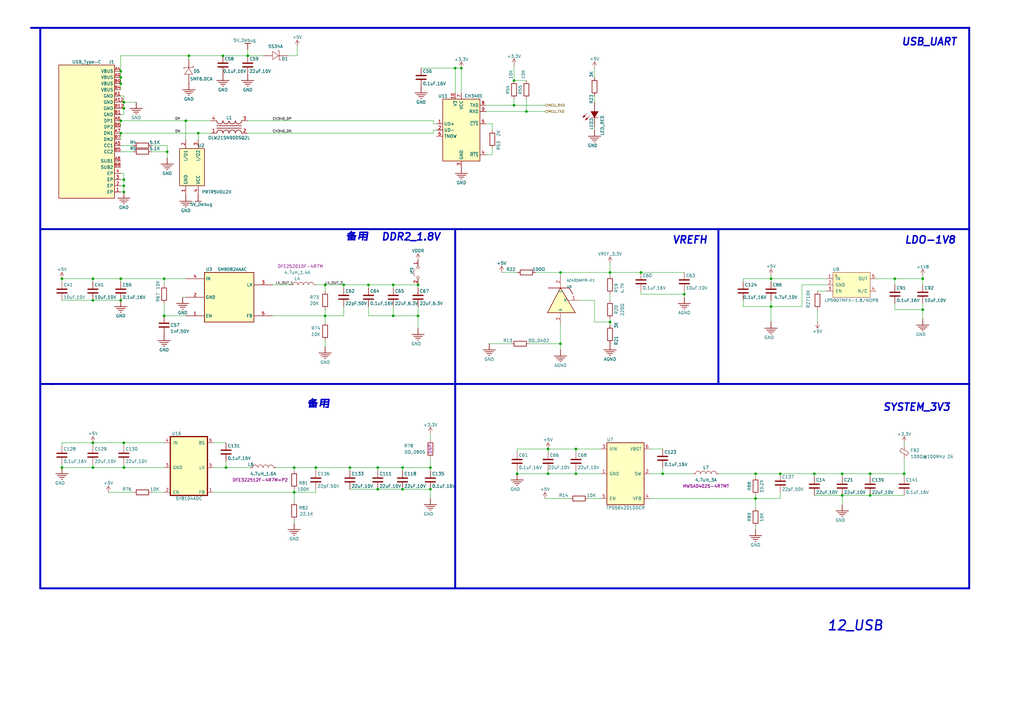
<source format=kicad_sch>
(kicad_sch (version 20230121) (generator eeschema)
  (paper "A3")
  (junction (at 120.65 191.77))
  (junction (at 91.44 22.86))
  (junction (at 49.53 123.19))
  (junction (at 38.1 191.77))
  (junction (at 334.01 194.31))
  (junction (at 224.79 184.15))
  (junction (at 250.19 111.76))
  (junction (at 212.09 194.31))
  (junction (at 345.44 203.2))
  (junction (at 133.35 116.84))
  (junction (at 143.51 191.77))
  (junction (at 133.35 129.54))
  (junction (at 356.87 203.2))
  (junction (at 367.03 114.3))
  (junction (at 176.53 191.77))
  (junction (at 50.8 181.61))
  (junction (at 250.19 132.08))
  (junction (at 262.89 111.76))
  (junction (at 92.71 191.77))
  (junction (at 67.31 129.54))
  (junction (at 370.84 194.31))
  (junction (at 161.29 116.84))
  (junction (at 189.23 27.94))
  (junction (at 210.82 33.02))
  (junction (at 378.46 127))
  (junction (at 154.94 200.66))
  (junction (at 320.04 194.31))
  (junction (at 165.1 200.66))
  (junction (at 38.1 123.19))
  (junction (at 76.2 49.53))
  (junction (at 49.53 34.29))
  (junction (at 25.4 114.3))
  (junction (at 49.53 29.21))
  (junction (at 38.1 114.3))
  (junction (at 345.44 194.31))
  (junction (at 171.45 129.54))
  (junction (at 271.78 194.31))
  (junction (at 50.8 73.66))
  (junction (at 50.8 191.77))
  (junction (at 67.31 114.3))
  (junction (at 224.79 194.31))
  (junction (at 129.54 191.77))
  (junction (at 38.1 181.61))
  (junction (at 49.53 31.75))
  (junction (at 309.88 194.31))
  (junction (at 280.67 120.65))
  (junction (at 165.1 191.77))
  (junction (at 210.82 43.18))
  (junction (at 236.22 194.31))
  (junction (at 50.8 76.2))
  (junction (at 77.47 22.86))
  (junction (at 140.97 116.84))
  (junction (at 161.29 129.54))
  (junction (at 378.46 114.3))
  (junction (at 154.94 191.77))
  (junction (at 186.69 27.94))
  (junction (at 50.8 44.45))
  (junction (at 229.87 140.97))
  (junction (at 171.45 116.84))
  (junction (at 25.4 191.77))
  (junction (at 316.23 125.73))
  (junction (at 215.9 45.72))
  (junction (at 151.13 116.84))
  (junction (at 50.8 78.74))
  (junction (at 50.8 41.91))
  (junction (at 316.23 114.3))
  (junction (at 81.28 54.61))
  (junction (at 101.6 22.86))
  (junction (at 49.53 54.61))
  (junction (at 176.53 200.66))
  (junction (at 49.53 49.53))
  (junction (at 229.87 111.76))
  (junction (at 356.87 194.31))
  (junction (at 120.65 201.93))
  (junction (at 68.58 62.23))
  (junction (at 49.53 114.3))
  (junction (at 236.22 184.15))
  (junction (at 309.88 204.47))
  (wire (pts (xy 316.23 114.3) (xy 339.09 114.3)) (stroke (width 0.15)))
  (wire (pts (xy 176.53 177.8) (xy 176.53 180.34)))
  (wire (pts (xy 50.8 190.5) (xy 50.8 191.77)))
  (wire (pts (xy 49.53 76.2) (xy 50.8 76.2)))
  (wire (pts (xy 246.38 184.15) (xy 236.22 184.15)))
  (wire (pts (xy 320.04 194.31) (xy 334.01 194.31)))
  (wire (pts (xy 335.28 132.08) (xy 335.28 127)))
  (polyline (pts (xy 186.69 93.98) (xy 186.69 157.48)) (stroke (width 0.8) (type solid)))
  (wire (pts (xy 143.51 191.77) (xy 154.94 191.77)))
  (wire (pts (xy 224.79 194.31) (xy 224.79 193.04)))
  (wire (pts (xy 165.1 191.77) (xy 176.53 191.77)))
  (wire (pts (xy 189.23 38.1) (xy 189.23 27.94)) (stroke (width 0.15)))
  (wire (pts (xy 49.53 29.21) (xy 49.53 31.75)) (stroke (width 0.15)))
  (wire (pts (xy 304.8 125.73) (xy 316.23 125.73)))
  (wire (pts (xy 49.53 22.86) (xy 77.47 22.86)) (stroke (width 0.15)))
  (wire (pts (xy 370.84 194.31) (xy 370.84 195.58)))
  (wire (pts (xy 334.01 203.2) (xy 345.44 203.2)))
  (wire (pts (xy 316.23 132.08) (xy 316.23 125.73)) (stroke (width 0.15)))
  (wire (pts (xy 133.35 129.54) (xy 140.97 129.54)))
  (wire (pts (xy 250.19 113.03) (xy 250.19 111.76)) (stroke (width 0.15)))
  (wire (pts (xy 161.29 116.84) (xy 171.45 116.84)))
  (wire (pts (xy 143.51 200.66) (xy 154.94 200.66)))
  (wire (pts (xy 50.8 71.12) (xy 50.8 73.66)) (stroke (width 0.15)))
  (wire (pts (xy 62.23 59.69) (xy 68.58 59.69)) (stroke (width 0.15)))
  (wire (pts (xy 320.04 204.47) (xy 320.04 201.93)))
  (wire (pts (xy 67.31 124.46) (xy 67.31 129.54)) (stroke (width 0.15)))
  (wire (pts (xy 161.29 129.54) (xy 161.29 125.73)))
  (wire (pts (xy 77.47 22.86) (xy 91.44 22.86)) (stroke (width 0.15)))
  (wire (pts (xy 129.54 193.04) (xy 129.54 191.77)))
  (wire (pts (xy 120.65 191.77) (xy 120.65 193.04)))
  (polyline (pts (xy 397.51 157.48) (xy 397.51 241.3)) (stroke (width 0.8) (type solid)))
  (wire (pts (xy 38.1 181.61) (xy 38.1 182.88)))
  (wire (pts (xy 68.58 59.69) (xy 68.58 62.23)) (stroke (width 0.15)))
  (wire (pts (xy 316.23 113.03) (xy 316.23 114.3)) (stroke (width 0.15)))
  (wire (pts (xy 217.17 140.97) (xy 226.06 140.97)))
  (wire (pts (xy 250.19 107.95) (xy 250.19 111.76)) (stroke (width 0.15)))
  (wire (pts (xy 215.9 45.72) (xy 223.52 45.72)) (stroke (width 0.15)))
  (wire (pts (xy 236.22 184.15) (xy 236.22 185.42)))
  (wire (pts (xy 224.79 194.31) (xy 212.09 194.31)))
  (wire (pts (xy 219.71 111.76) (xy 229.87 111.76)))
  (wire (pts (xy 50.8 181.61) (xy 38.1 181.61)))
  (wire (pts (xy 367.03 114.3) (xy 367.03 116.84)) (stroke (width 0.15)))
  (wire (pts (xy 223.52 43.18) (xy 210.82 43.18)) (stroke (width 0.15)))
  (wire (pts (xy 356.87 203.2) (xy 370.84 203.2)))
  (wire (pts (xy 68.58 64.77) (xy 68.58 62.23)))
  (wire (pts (xy 87.63 181.61) (xy 92.71 181.61)))
  (wire (pts (xy 171.45 129.54) (xy 171.45 125.73)))
  (wire (pts (xy 50.8 191.77) (xy 38.1 191.77)))
  (wire (pts (xy 87.63 201.93) (xy 120.65 201.93)))
  (wire (pts (xy 212.09 194.31) (xy 212.09 193.04)))
  (wire (pts (xy 133.35 129.54) (xy 133.35 132.08)) (stroke (width 0.15)))
  (wire (pts (xy 250.19 120.65) (xy 250.19 123.19)) (stroke (width 0.15)))
  (wire (pts (xy 161.29 129.54) (xy 171.45 129.54)))
  (wire (pts (xy 177.8 50.8) (xy 177.8 49.53)))
  (wire (pts (xy 367.03 124.46) (xy 367.03 127)) (stroke (width 0.15)))
  (wire (pts (xy 92.71 191.77) (xy 102.87 191.77)))
  (wire (pts (xy 201.93 63.5) (xy 199.39 63.5)) (stroke (width 0.15)))
  (wire (pts (xy 38.1 114.3) (xy 49.53 114.3)) (stroke (width 0.15)))
  (wire (pts (xy 140.97 116.84) (xy 151.13 116.84)))
  (wire (pts (xy 356.87 194.31) (xy 356.87 195.58)))
  (wire (pts (xy 49.53 71.12) (xy 50.8 71.12)))
  (wire (pts (xy 280.67 119.38) (xy 280.67 120.65)) (stroke (width 0.15)))
  (wire (pts (xy 50.8 41.91) (xy 55.88 41.91)) (stroke (width 0.15)))
  (wire (pts (xy 25.4 123.19) (xy 38.1 123.19)) (stroke (width 0.15)))
  (wire (pts (xy 50.8 41.91) (xy 50.8 44.45)))
  (wire (pts (xy 229.87 143.51) (xy 229.87 140.97)))
  (wire (pts (xy 120.65 201.93) (xy 120.65 205.74)))
  (wire (pts (xy 271.78 194.31) (xy 284.48 194.31)))
  (wire (pts (xy 49.53 49.53) (xy 49.53 52.07)) (stroke (width 0.15)))
  (wire (pts (xy 129.54 191.77) (xy 143.51 191.77)))
  (wire (pts (xy 199.39 50.8) (xy 201.93 50.8)) (stroke (width 0.15)))
  (wire (pts (xy 133.35 142.24) (xy 133.35 139.7)) (stroke (width 0.15)))
  (wire (pts (xy 243.84 132.08) (xy 250.19 132.08)) (stroke (width 0.15)))
  (wire (pts (xy 49.53 73.66) (xy 50.8 73.66)))
  (wire (pts (xy 328.93 116.84) (xy 328.93 125.73)) (stroke (width 0.15)))
  (polyline (pts (xy 16.51 11.43) (xy 16.51 157.48)) (stroke (width 0.8) (type solid)))
  (wire (pts (xy 309.88 194.31) (xy 320.04 194.31)))
  (polyline (pts (xy 397.51 97.79) (xy 397.51 99.06)) (stroke (width 0.5) (type solid)))
  (wire (pts (xy 50.8 76.2) (xy 50.8 78.74)) (stroke (width 0.15)))
  (wire (pts (xy 262.89 119.38) (xy 262.89 120.65)) (stroke (width 0.15)))
  (wire (pts (xy 359.41 114.3) (xy 367.03 114.3)) (stroke (width 0.15)))
  (wire (pts (xy 49.53 39.37) (xy 50.8 39.37)))
  (wire (pts (xy 339.09 116.84) (xy 328.93 116.84)) (stroke (width 0.15)))
  (wire (pts (xy 49.53 54.61) (xy 49.53 57.15)) (stroke (width 0.15)))
  (wire (pts (xy 201.93 60.96) (xy 201.93 63.5)) (stroke (width 0.15)))
  (wire (pts (xy 250.19 111.76) (xy 262.89 111.76)))
  (wire (pts (xy 151.13 116.84) (xy 151.13 118.11)))
  (wire (pts (xy 250.19 130.81) (xy 250.19 132.08)) (stroke (width 0.15)))
  (wire (pts (xy 215.9 40.64) (xy 215.9 45.72)))
  (wire (pts (xy 316.23 114.3) (xy 316.23 115.57)) (stroke (width 0.15)))
  (wire (pts (xy 304.8 114.3) (xy 316.23 114.3)))
  (wire (pts (xy 210.82 40.64) (xy 210.82 43.18)) (stroke (width 0.15)))
  (wire (pts (xy 345.44 207.01) (xy 345.44 203.2)))
  (wire (pts (xy 210.82 26.67) (xy 210.82 33.02)))
  (wire (pts (xy 229.87 111.76) (xy 250.19 111.76)) (stroke (width 0.15)))
  (wire (pts (xy 370.84 181.61) (xy 370.84 182.88)))
  (wire (pts (xy 266.7 204.47) (xy 309.88 204.47)))
  (wire (pts (xy 49.53 114.3) (xy 67.31 114.3)) (stroke (width 0.15)))
  (wire (pts (xy 304.8 123.19) (xy 304.8 125.73)))
  (wire (pts (xy 101.6 54.61) (xy 177.8 54.61)))
  (wire (pts (xy 50.8 59.69) (xy 54.61 59.69)) (stroke (width 0.15)))
  (wire (pts (xy 378.46 116.84) (xy 378.46 114.3)) (stroke (width 0.15)))
  (wire (pts (xy 186.69 27.94) (xy 189.23 27.94)) (stroke (width 0.15)))
  (wire (pts (xy 229.87 111.76) (xy 229.87 113.03)) (stroke (width 0.15)))
  (wire (pts (xy 201.93 50.8) (xy 201.93 53.34)) (stroke (width 0.15)))
  (wire (pts (xy 120.65 200.66) (xy 120.65 201.93)))
  (wire (pts (xy 120.65 214.63) (xy 120.65 213.36)) (stroke (width 0.15)))
  (wire (pts (xy 367.03 127) (xy 378.46 127)) (stroke (width 0.15)))
  (wire (pts (xy 133.35 127) (xy 133.35 129.54)) (stroke (width 0.15)))
  (wire (pts (xy 113.03 191.77) (xy 120.65 191.77)))
  (wire (pts (xy 223.52 204.47) (xy 233.68 204.47)))
  (wire (pts (xy 67.31 191.77) (xy 50.8 191.77)))
  (wire (pts (xy 38.1 191.77) (xy 25.4 191.77)))
  (wire (pts (xy 177.8 53.34) (xy 179.07 53.34)))
  (wire (pts (xy 229.87 133.35) (xy 229.87 140.97)))
  (wire (pts (xy 226.06 140.97) (xy 229.87 140.97)) (stroke (width 0.15)))
  (wire (pts (xy 101.6 49.53) (xy 125.73 49.53)) (stroke (width 0.15)))
  (wire (pts (xy 76.2 49.53) (xy 86.36 49.53)))
  (wire (pts (xy 49.53 78.74) (xy 50.8 78.74)))
  (wire (pts (xy 81.28 54.61) (xy 81.28 57.15)))
  (wire (pts (xy 176.53 191.77) (xy 176.53 193.04)))
  (wire (pts (xy 236.22 193.04) (xy 236.22 194.31)))
  (wire (pts (xy 133.35 119.38) (xy 133.35 116.84)))
  (wire (pts (xy 67.31 114.3) (xy 67.31 116.84)) (stroke (width 0.15)))
  (wire (pts (xy 177.8 54.61) (xy 177.8 53.34)))
  (wire (pts (xy 151.13 129.54) (xy 151.13 125.73)))
  (polyline (pts (xy 294.64 93.98) (xy 294.64 157.48)) (stroke (width 0.8) (type solid)))
  (wire (pts (xy 76.2 49.53) (xy 76.2 57.15)))
  (wire (pts (xy 120.65 191.77) (xy 129.54 191.77)))
  (wire (pts (xy 111.76 116.84) (xy 119.38 116.84)) (stroke (width 0.15)))
  (wire (pts (xy 176.53 204.47) (xy 176.53 200.66)))
  (wire (pts (xy 38.1 181.61) (xy 25.4 181.61)))
  (wire (pts (xy 334.01 194.31) (xy 334.01 195.58)))
  (wire (pts (xy 309.88 194.31) (xy 309.88 195.58)))
  (wire (pts (xy 309.88 217.17) (xy 309.88 215.9)) (stroke (width 0.15)))
  (wire (pts (xy 243.84 52.07) (xy 243.84 53.34)))
  (wire (pts (xy 309.88 203.2) (xy 309.88 204.47)))
  (wire (pts (xy 280.67 121.92) (xy 280.67 120.65)) (stroke (width 0.15)))
  (wire (pts (xy 209.55 140.97) (xy 200.66 140.97)) (stroke (width 0.15)))
  (wire (pts (xy 154.94 200.66) (xy 165.1 200.66)))
  (wire (pts (xy 212.09 184.15) (xy 212.09 185.42)))
  (wire (pts (xy 309.88 204.47) (xy 320.04 204.47)))
  (wire (pts (xy 92.71 191.77) (xy 92.71 189.23)))
  (wire (pts (xy 210.82 33.02) (xy 215.9 33.02)))
  (wire (pts (xy 154.94 191.77) (xy 154.94 193.04)))
  (wire (pts (xy 356.87 194.31) (xy 370.84 194.31)))
  (wire (pts (xy 328.93 125.73) (xy 316.23 125.73)) (stroke (width 0.15)))
  (wire (pts (xy 49.53 59.69) (xy 50.8 59.69)))
  (wire (pts (xy 111.76 129.54) (xy 133.35 129.54)) (stroke (width 0.15)))
  (wire (pts (xy 179.07 50.8) (xy 177.8 50.8)))
  (wire (pts (xy 81.28 54.61) (xy 86.36 54.61)) (stroke (width 0.15)))
  (wire (pts (xy 316.23 123.19) (xy 316.23 125.73)) (stroke (width 0.15)))
  (wire (pts (xy 49.53 22.86) (xy 49.53 29.21)) (stroke (width 0.15)))
  (wire (pts (xy 87.63 191.77) (xy 92.71 191.77)))
  (wire (pts (xy 165.1 191.77) (xy 165.1 193.04)))
  (wire (pts (xy 50.8 181.61) (xy 50.8 182.88)))
  (wire (pts (xy 345.44 203.2) (xy 356.87 203.2)))
  (wire (pts (xy 101.6 20.32) (xy 101.6 22.86)) (stroke (width 0.15)))
  (polyline (pts (xy 397.51 241.3) (xy 16.51 241.3)) (stroke (width 0.8) (type solid)))
  (wire (pts (xy 101.6 22.86) (xy 107.95 22.86)))
  (wire (pts (xy 67.31 114.3) (xy 76.2 114.3)) (stroke (width 0.15)))
  (polyline (pts (xy 186.69 157.48) (xy 186.69 241.3)) (stroke (width 0.8) (type solid)))
  (wire (pts (xy 49.53 115.57) (xy 49.53 114.3)) (stroke (width 0.15)))
  (polyline (pts (xy 12.7 11.43) (xy 397.51 11.43)) (stroke (width 0.8) (type solid)))
  (wire (pts (xy 129.54 201.93) (xy 129.54 200.66)))
  (wire (pts (xy 370.84 187.96) (xy 370.84 194.31)))
  (wire (pts (xy 38.1 123.19) (xy 49.53 123.19)) (stroke (width 0.15)))
  (wire (pts (xy 237.49 123.19) (xy 243.84 123.19)) (stroke (width 0.15)))
  (polyline (pts (xy 16.51 93.98) (xy 397.51 93.98)) (stroke (width 0.8) (type solid)))
  (wire (pts (xy 25.4 191.77) (xy 25.4 190.5)))
  (wire (pts (xy 309.88 204.47) (xy 309.88 208.28)))
  (wire (pts (xy 243.84 27.94) (xy 243.84 31.75)) (stroke (width 0.15)))
  (wire (pts (xy 280.67 120.65) (xy 262.89 120.65)) (stroke (width 0.15)))
  (wire (pts (xy 304.8 115.57) (xy 304.8 114.3)))
  (wire (pts (xy 77.47 22.86) (xy 77.47 24.13)))
  (wire (pts (xy 50.8 39.37) (xy 50.8 41.91)) (stroke (width 0.15)))
  (wire (pts (xy 44.45 201.93) (xy 54.61 201.93)))
  (wire (pts (xy 176.53 187.96) (xy 176.53 191.77)))
  (wire (pts (xy 67.31 181.61) (xy 50.8 181.61)))
  (wire (pts (xy 172.72 27.94) (xy 186.69 27.94)) (stroke (width 0.15)))
  (wire (pts (xy 49.53 31.75) (xy 49.53 34.29)) (stroke (width 0.15)))
  (wire (pts (xy 49.53 34.29) (xy 49.53 36.83)) (stroke (width 0.15)))
  (wire (pts (xy 140.97 116.84) (xy 140.97 118.11)))
  (wire (pts (xy 133.35 116.84) (xy 140.97 116.84)))
  (wire (pts (xy 243.84 123.19) (xy 243.84 132.08)) (stroke (width 0.15)))
  (wire (pts (xy 38.1 115.57) (xy 38.1 114.3)) (stroke (width 0.15)))
  (wire (pts (xy 121.92 19.05) (xy 121.92 22.86)))
  (wire (pts (xy 120.65 201.93) (xy 129.54 201.93)))
  (wire (pts (xy 339.09 119.38) (xy 335.28 119.38)) (stroke (width 0.15)))
  (wire (pts (xy 165.1 200.66) (xy 176.53 200.66)))
  (wire (pts (xy 171.45 134.62) (xy 171.45 129.54)))
  (wire (pts (xy 210.82 43.18) (xy 199.39 43.18)) (stroke (width 0.15)))
  (wire (pts (xy 250.19 133.35) (xy 250.19 132.08)) (stroke (width 0.15)))
  (wire (pts (xy 345.44 194.31) (xy 356.87 194.31)))
  (wire (pts (xy 121.92 22.86) (xy 118.11 22.86)))
  (wire (pts (xy 143.51 191.77) (xy 143.51 193.04)))
  (wire (pts (xy 62.23 62.23) (xy 68.58 62.23)) (stroke (width 0.15)))
  (wire (pts (xy 151.13 116.84) (xy 161.29 116.84)))
  (wire (pts (xy 161.29 116.84) (xy 161.29 118.11)))
  (wire (pts (xy 378.46 130.81) (xy 378.46 127)) (stroke (width 0.15)))
  (wire (pts (xy 49.53 46.99) (xy 50.8 46.99)))
  (polyline (pts (xy 16.51 157.48) (xy 21.59 157.48)) (stroke (width 0.8) (type solid)))
  (wire (pts (xy 38.1 191.77) (xy 38.1 190.5)))
  (wire (pts (xy 266.7 184.15) (xy 271.78 184.15)))
  (wire (pts (xy 294.64 194.31) (xy 309.88 194.31)))
  (wire (pts (xy 154.94 191.77) (xy 165.1 191.77)))
  (wire (pts (xy 246.38 194.31) (xy 236.22 194.31)))
  (wire (pts (xy 49.53 54.61) (xy 81.28 54.61)) (stroke (width 0.15)))
  (wire (pts (xy 91.44 22.86) (xy 101.6 22.86)) (stroke (width 0.15)))
  (wire (pts (xy 76.2 129.54) (xy 67.31 129.54)) (stroke (width 0.15)))
  (wire (pts (xy 38.1 114.3) (xy 25.4 114.3)) (stroke (width 0.15)))
  (wire (pts (xy 151.13 129.54) (xy 161.29 129.54)))
  (wire (pts (xy 125.73 49.53) (xy 177.8 49.53)))
  (wire (pts (xy 205.74 111.76) (xy 212.09 111.76)) (stroke (width 0.15)))
  (polyline (pts (xy 20.32 157.48) (xy 397.51 157.48)) (stroke (width 0.8) (type solid)))
  (wire (pts (xy 199.39 45.72) (xy 215.9 45.72)) (stroke (width 0.15)))
  (wire (pts (xy 266.7 194.31) (xy 271.78 194.31)))
  (wire (pts (xy 224.79 184.15) (xy 212.09 184.15)))
  (wire (pts (xy 50.8 44.45) (xy 50.8 46.99)) (stroke (width 0.15)))
  (wire (pts (xy 62.23 201.93) (xy 67.31 201.93)))
  (wire (pts (xy 262.89 111.76) (xy 280.67 111.76)) (stroke (width 0.15)))
  (wire (pts (xy 224.79 194.31) (xy 236.22 194.31)))
  (wire (pts (xy 50.8 62.23) (xy 54.61 62.23)) (stroke (width 0.15)))
  (wire (pts (xy 224.79 184.15) (xy 224.79 185.42)))
  (wire (pts (xy 129.54 116.84) (xy 133.35 116.84)))
  (wire (pts (xy 140.97 129.54) (xy 140.97 125.73)))
  (wire (pts (xy 241.3 204.47) (xy 246.38 204.47)))
  (wire (pts (xy 334.01 194.31) (xy 345.44 194.31)))
  (wire (pts (xy 367.03 114.3) (xy 378.46 114.3)) (stroke (width 0.15)))
  (wire (pts (xy 50.8 73.66) (xy 50.8 76.2)) (stroke (width 0.15)))
  (wire (pts (xy 378.46 124.46) (xy 378.46 127)) (stroke (width 0.15)))
  (wire (pts (xy 25.4 114.3) (xy 25.4 115.57)) (stroke (width 0.15)))
  (wire (pts (xy 171.45 116.84) (xy 171.45 118.11)))
  (wire (pts (xy 49.53 62.23) (xy 50.8 62.23)))
  (wire (pts (xy 186.69 27.94) (xy 186.69 38.1)) (stroke (width 0.15)))
  (wire (pts (xy 76.2 121.92) (xy 74.93 121.92)) (stroke (width 0.15)))
  (wire (pts (xy 345.44 194.31) (xy 345.44 195.58)))
  (wire (pts (xy 243.84 39.37) (xy 243.84 41.91)))
  (wire (pts (xy 25.4 181.61) (xy 25.4 182.88)))
  (wire (pts (xy 49.53 49.53) (xy 76.2 49.53)))
  (wire (pts (xy 378.46 113.03) (xy 378.46 114.3)))
  (wire (pts (xy 224.79 184.15) (xy 236.22 184.15)))
  (wire (pts (xy 271.78 194.31) (xy 271.78 191.77)))
  (polyline (pts (xy 16.51 241.3) (xy 16.51 157.48)) (stroke (width 0.8) (type solid)))
  (polyline (pts (xy 397.51 11.43) (xy 397.51 157.48)) (stroke (width 0.8) (type solid)))
  (text "VREFH" (at 275.59 100.33 0) (effects (font (size 3 3) (thickness 0.6) bold italic) (justify left bottom)))
  (text "12_USB" (at 339.09 259.08 0) (effects (font (size 4 4) (thickness 0.6) bold italic) (justify left bottom)))
  (text "备用" (at 125.73 167.64 0) (effects (font (size 3 3) (thickness 0.6) bold italic) (justify left bottom)))
  (text "USB_UART" (at 369.57 19.05 0) (effects (font (size 3 3) (thickness 0.6) bold italic) (justify left bottom)))
  (text "备用" (at 141.605 99.06 0) (effects (font (size 3 3) (thickness 0.6) bold italic) (justify left bottom)))
  (text "LDO-1V8" (at 370.84 100.33 0) (effects (font (size 3 3) (thickness 0.6) bold italic) (justify left bottom)))
  (text "DDR2_1.8V" (at 156.21 99.06 0) (effects (font (size 3 3) (thickness 0.6) bold italic) (justify left bottom)))
  (text "SYSTEM_3V3" (at 361.95 168.91 0) (effects (font (size 3 3) (thickness 0.6) bold italic) (justify left bottom)))
  (label "DN" (at 71.755 54.61 0) (effects (font (size 1 1))))
  (label "CH340_DN" (at 111.76 54.61 0) (effects (font (size 1 1))))
  (label "L4_OUT_2" (at 133.35 116.84 0) (effects (font (size 1 1))))
  (label "DP" (at 71.755 49.53 0) (effects (font (size 1 1))))
  (label "L4_OUT_1" (at 113.03 116.84 0) (effects (font (size 1 1))))
  (label "CH340_DP" (at 111.76 49.53 0) (effects (font (size 1 1))))
  (hierarchical_label "MCU_TXD" (shape input) (at 223.52 45.72 0) (effects (font (size 1 1))))
  (hierarchical_label "MCU_RXD" (shape input) (at 223.52 43.18 0) (effects (font (size 1 1))))
  (symbol (lib_id "02_HPM_Resistor:0Ω_0805") (at 176.53 184.15 90) (unit 1)
    (property "Reference" "R78" (at 167.64 182.88 90))
    (property "Value" "0Ω_0805" (at 170.18 185.42 90))
    (property "Footprint" "02_HPM_Resistor:R_0805_2012Metric" (effects hide))
    (property "Model" "RS-05000JT" (effects hide))
    (property "Company" "FH(风华)" (effects hide))
    (property "ASSY_OPT" "DNP" (at 176.53 184.15 0))
  )
  (symbol (lib_id "07_HPM_Inductance:4.7uH_3A") (at 289.56 194.31 0) (unit 1)
    (property "Reference" "L7" (at 289.56 191.77 0))
    (property "Value" "4.7uH_3A" (at 289.56 196.85 0))
    (property "Footprint" "07_HPM_Inductance:SMD_L4.4-W4.2" (effects hide))
    (property "Model" "MWSA0402S-4R7MT" (at 289.56 199.39 0))
    (property "Company" "Sunlord(顺络)" (effects hide))
  )
  (symbol (lib_id "456-altium-import:GND") (at 91.44 30.48 0) (unit 1)
    (property "Reference" "#PWR0155" (effects hide))
    (property "Value" "GND" (at 91.44 36.83 0))
  )
  (symbol (lib_id "333-altium-import:GND") (at 378.46 130.81 0) (unit 1)
    (property "Reference" "#PWR0206" (effects hide))
    (property "Value" "GND" (at 379.73 137.16 0) (effects (justify right)))
  )
  (symbol (lib_id "03_HPM_Capacitance:1nF,50V") (at 67.31 133.35 0) (unit 1)
    (property "Reference" "C57" (at 69.85 133.35 0) (effects (justify left)))
    (property "Value" "1nF,50V" (at 69.85 135.89 0) (effects (justify left)))
    (property "Footprint" "03_HPM_Capacitance:C_0402" (effects hide))
    (property "Model" "CL05B102KB5NNNC" (effects hide))
    (property "Company" "SAMSUNG(三星)" (effects hide))
  )
  (symbol (lib_id "03_HPM_Capacitance:22uF,10V") (at 101.6 26.67 0) (unit 1)
    (property "Reference" "C59" (at 102.235 24.13 0) (effects (justify left)))
    (property "Value" "22uF,10V" (at 102.235 29.21 0) (effects (justify left)))
    (property "Footprint" "03_HPM_Capacitance:C_0603" (effects hide))
    (property "Model" " CL10A226MP8NUNE" (effects hide))
    (property "Company" " SAMSUNG(三星)" (effects hide))
  )
  (symbol (lib_id "03_HPM_Capacitance:0.1uF,16V") (at 25.4 186.69 0) (unit 1)
    (property "Reference" "C128" (at 26.035 184.15 0) (effects (justify left)))
    (property "Value" "0.1uF,16V" (at 26.035 189.23 0) (effects (justify left)))
    (property "Footprint" "03_HPM_Capacitance:C_0402" (effects hide))
    (property "Model" "CL05B104KO5NNNC" (effects hide))
    (property "Company" "SAMSUNG(三星)" (effects hide))
  )
  (symbol (lib_id "333-altium-import:GND") (at 316.23 132.08 0) (unit 1)
    (property "Reference" "#PWR0205" (effects hide))
    (property "Value" "GND" (at 317.5 138.43 0) (effects (justify right)))
  )
  (symbol (lib_id "08_Power_IC:SY8104ADC") (at 77.47 184.15 0) (unit 1)
    (property "Reference" "U16" (at 72.39 177.8 0))
    (property "Value" "SY8104ADC" (at 77.47 204.47 0))
    (property "Footprint" "08_Power_IC:SOT-23-6" (effects hide))
    (property "Model" "SY8104ADC" (effects hide))
    (property "Company" "silergy(矽力杰)" (effects hide))
  )
  (symbol (lib_id "02_HPM_Resistor:100K") (at 309.88 199.39 90) (unit 1)
    (property "Reference" "R88" (at 307.34 199.39 0))
    (property "Value" "33.2K" (at 312.42 199.39 0))
    (property "Footprint" "02_HPM_Resistor:R_0402_1005Metric" (effects hide))
    (property "Model" "0402WGF1003TCE" (effects hide))
    (property "Company" "UNI-ROYAL(厚声)" (effects hide))
  )
  (symbol (lib_id "power:+5V") (at 223.52 204.47 0) (unit 1)
    (property "Reference" "#PWR0186" (effects hide))
    (property "Value" "+5V" (at 223.52 200.66 0))
  )
  (symbol (lib_id "power:+3.3V") (at 370.84 181.61 0) (unit 1)
    (property "Reference" "#PWR0184" (effects hide))
    (property "Value" "+3.3V" (at 370.84 178.054 0))
  )
  (symbol (lib_id "07_HPM_Inductance:DLW21SN900SQ2L") (at 85.09 46.99 0) (unit 1)
    (property "Reference" "L1" (at 93.98 48.26 0))
    (property "Value" "DLW21SN900SQ2L" (at 93.98 56.515 0))
    (property "Footprint" "07_HPM_Inductance:L2012" (effects hide))
    (property "Model" "DLW21SN900SQ2L" (effects hide))
    (property "Company" "muRata(村田)" (effects hide))
  )
  (symbol (lib_id "03_HPM_Capacitance:22uF,6.3V") (at 161.29 121.92 0) (unit 1)
    (property "Reference" "C65" (at 161.925 119.38 0) (effects (justify left)))
    (property "Value" "22uF,6.3V" (at 161.925 124.46 0) (effects (justify left)))
    (property "Footprint" "03_HPM_Capacitance:C_0603" (effects hide))
    (property "Model" " CL10A226MQ8NRNC" (effects hide))
    (property "Company" " SAMSUNG(三星)" (effects hide))
  )
  (symbol (lib_id "456-altium-import:GND") (at 68.58 64.77 0) (unit 1)
    (property "Reference" "#PWR0172" (effects hide))
    (property "Value" "GND" (at 68.58 71.12 0))
  )
  (symbol (lib_id "02_HPM_Resistor:10K") (at 67.31 120.65 90) (unit 1)
    (property "Reference" "R67" (at 64.77 121.92 0))
    (property "Value" "10K" (at 64.77 116.84 0))
    (property "Footprint" "02_HPM_Resistor:R_0402_1005Metric" (effects hide))
    (property "Model" "0402WGF1002TCE" (effects hide))
    (property "Company" "UNI-ROYAL(厚声)" (effects hide))
  )
  (symbol (lib_id "456-altium-import:GND") (at 101.6 30.48 0) (unit 1)
    (property "Reference" "#PWR0154" (effects hide))
    (property "Value" "GND" (at 101.6 36.83 0))
  )
  (symbol (lib_id "08_Power_IC:TPS564201DDCR") (at 256.54 191.77 0) (unit 1)
    (property "Reference" "U7" (at 250.19 180.34 0))
    (property "Value" "TPS564201DDCR" (at 256.54 208.28 0))
    (property "Footprint" "08_Power_IC:SOT-23-6" (effects hide))
    (property "Model" "TPS564201DDCR" (effects hide))
    (property "Company" "TI" (effects hide))
  )
  (symbol (lib_id "04_HPM_Diode:SS24A") (at 113.03 22.86 180) (unit 1)
    (property "Reference" "D1" (at 116.84 24.13 0))
    (property "Value" "SS34A" (at 113.03 19.05 0))
    (property "Footprint" "04_HPM_Diode:SMA" (effects hide))
    (property "Model" "SS24A" (effects hide))
    (property "Company" "YANGJIE(扬杰)" (effects hide))
  )
  (symbol (lib_id "456-altium-import:GND") (at 189.23 68.58 0) (unit 1)
    (property "Reference" "#PWR0141" (effects hide))
    (property "Value" "GND" (at 189.23 74.93 0))
  )
  (symbol (lib_id "02_HPM_Resistor:5.1K") (at 58.42 62.23 0) (unit 1)
    (property "Reference" "R5" (at 54.61 60.96 0))
    (property "Value" "5.1K" (at 63.5 60.96 0))
    (property "Footprint" "02_HPM_Resistor:R_0402" (effects hide))
    (property "Model" "0402WGF5101TCE" (effects hide))
    (property "Company" "UNI-ROYAL(厚声)" (effects hide))
  )
  (symbol (lib_id "07_HPM_Inductance:4.7uH_1.4A") (at 124.46 116.84 0) (unit 1)
    (property "Reference" "L4" (at 121.92 114.3 0))
    (property "Value" "4.7uH_1.4A" (at 121.92 111.76 0))
    (property "Footprint" "07_HPM_Inductance:L252010" (effects hide))
    (property "Model" "DFE252010F-4R7M" (at 123.19 109.22 0))
    (property "Company" "muRata(村田)" (effects hide))
  )
  (symbol (lib_id "02_HPM_Resistor:100K") (at 120.65 196.85 90) (unit 1)
    (property "Reference" "R81" (at 124.46 198.12 90))
    (property "Value" "100K" (at 124.46 200.66 90))
    (property "Footprint" "02_HPM_Resistor:R_0402_1005Metric" (effects hide))
    (property "Model" "0402WGF1003TCE" (effects hide))
    (property "Company" "UNI-ROYAL(厚声)" (effects hide))
  )
  (symbol (lib_id "05_HPM_Connector:USB_Type-C") (at 24.13 26.67 0) (unit 1)
    (property "Reference" "J1" (at 45.72 25.4 0))
    (property "Value" "USB_Type-C" (at 35.56 25.4 0))
    (property "Footprint" "05_HPM_Connector:TYPE-C-16P" (effects hide))
    (property "Model" "KH-TYPE-C-16P" (effects hide))
    (property "Company" "kinghelm(金航标)" (effects hide))
  )
  (symbol (lib_id "electric-altium-import:GND") (at 67.31 137.16 0) (unit 1)
    (property "Reference" "#PWR024" (effects hide))
    (property "Value" "GND" (at 67.31 143.51 0))
  )
  (symbol (lib_id "power:+5V") (at 243.84 27.94 0) (unit 1)
    (property "Reference" "#PWR0180" (effects hide))
    (property "Value" "+5V" (at 243.84 24.13 0))
  )
  (symbol (lib_id "02_HPM_Resistor:0Ω_0402") (at 213.36 140.97 0) (unit 1)
    (property "Reference" "R13" (at 208.28 139.7 0))
    (property "Value" "0Ω_0402" (at 220.98 139.7 0))
    (property "Footprint" "02_HPM_Resistor:R_0402_1005Metric" (effects hide))
    (property "Model" "RC0402JR-070RL" (effects hide))
    (property "Company" "YAGEO(国巨)" (effects hide))
  )
  (symbol (lib_name "10K_2") (lib_id "02_HPM_Resistor:10K") (at 335.28 123.19 90) (unit 1)
    (property "Reference" "R27" (at 331.47 124.46 0))
    (property "Value" "10K" (at 331.47 120.65 0))
    (property "Footprint" "02_HPM_Resistor:R_0402_1005Metric" (effects hide))
    (property "Model" "0402WGF1002TCE" (effects hide))
    (property "Company" "UNI-ROYAL(厚声)" (effects hide))
  )
  (symbol (lib_id "02_HPM_Resistor:220Ω") (at 250.19 127 90) (unit 1)
    (property "Reference" "R20" (at 252.73 127 0))
    (property "Value" "220Ω" (at 255.27 127 0))
    (property "Footprint" "02_HPM_Resistor:R_0402_1005Metric" (effects hide))
    (property "Model" "0402WGF2200TCE" (effects hide))
    (property "Company" "UNI-ROYAL(厚声)" (effects hide))
  )
  (symbol (lib_id "05_HPM_Conn:Jumper_2") (at 171.45 111.76 90) (mirror x) (unit 1)
    (property "Reference" "JP3" (at 168.91 111.125 0) (effects (font (size 1 1))))
    (property "Value" "Jumper_2" (effects hide))
    (property "Footprint" "Connector_PinHeader_2.54mm:PinHeader_1x02_P2.54mm_Vertical" (effects hide))
    (instances (project "HPM1500_DDR2_CORE_RevA" (path "" (reference "JP3") (unit 1)) (path "" (reference "JP9") (unit 1))))
  )
  (symbol (lib_id "power:+5V") (at 335.28 132.08 180) (unit 1)
    (property "Reference" "#PWR0204" (effects hide))
    (property "Value" "+5V" (at 335.28 135.89 0))
  )
  (symbol (lib_id "03_HPM_Capacitance:0.1uF,16V") (at 176.53 196.85 0) (unit 1)
    (property "Reference" "C135" (at 177.165 194.31 0) (effects (justify left)))
    (property "Value" "0.1uF,16V" (at 177.165 199.39 0) (effects (justify left)))
    (property "Footprint" "03_HPM_Capacitance:C_0402" (effects hide))
    (property "Model" "CL05B104KO5NNNC" (effects hide))
    (property "Company" "SAMSUNG(三星)" (effects hide))
  )
  (symbol (lib_id "power:GND") (at 345.44 207.01 0) (unit 1)
    (property "Reference" "#PWR0137" (effects hide))
    (property "Value" "GND" (at 346.71 213.36 0) (effects (justify right)))
  )
  (symbol (lib_id "power:5V_Debug") (at 99.06 15.24 0) (unit 1)
    (property "Reference" "#PWR0102" (effects hide))
    (property "Value" "5V_Debug" (at 100.33 16.51 0))
  )
  (symbol (lib_id "power:+5V") (at 25.4 114.3 0) (unit 1)
    (property "Reference" "#PWR022" (effects hide))
    (property "Value" "+5V" (at 25.4 110.49 0))
  )
  (symbol (lib_id "electric-altium-import:AGND") (at 280.67 121.92 0) (unit 1)
    (property "Reference" "#PWR0173" (effects hide))
    (property "Value" "AGND" (at 280.67 128.27 0))
  )
  (symbol (lib_name "10uF,10V_1") (lib_id "03_HPM_Capacitance:10uF,10V") (at 38.1 119.38 0) (unit 1)
    (property "Reference" "C41" (at 38.735 116.84 0) (effects (justify left)))
    (property "Value" "10uF,10V" (at 38.735 121.92 0) (effects (justify left)))
    (property "Footprint" "03_HPM_Capacitance:C_0402" (effects hide))
    (property "Model" "CL05A106MP5NUNC" (effects hide))
    (property "Company" " SAMSUNG(三星)" (effects hide))
    (instances (project "HPM1500_DDR2_CORE_RevA" (path "" (reference "C41") (unit 1)) (path "" (reference "C45") (unit 1)) (path "" (reference "C54") (unit 1))))
  )
  (symbol (lib_name "3K_1") (lib_id "02_HPM_Resistor:3K") (at 243.84 35.56 90) (unit 1)
    (property "Reference" "R23" (at 242.57 40.64 0))
    (property "Value" "3K" (at 242.57 30.48 0))
    (property "Footprint" "02_HPM_Resistor:R_0402" (effects hide))
    (property "Model" "RC0402FR-073KL" (effects hide))
    (property "Company" "YAGEO(国巨)" (effects hide))
  )
  (symbol (lib_id "power:GND") (at 212.09 194.31 0) (unit 1)
    (property "Reference" "#PWR0187" (effects hide))
    (property "Value" "GND" (at 213.36 200.66 0) (effects (justify right)))
  )
  (symbol (lib_id "power:5V_Debug") (at 83.82 85.09 180) (unit 1)
    (property "Reference" "#PWR032" (effects hide))
    (property "Value" "5V_Debug" (at 82.55 83.82 0))
  )
  (symbol (lib_id "03_HPM_Capacitance:10uF,10V") (at 280.67 115.57 0) (unit 1)
    (property "Reference" "C63" (at 281.305 113.03 0) (effects (justify left)))
    (property "Value" "10uF,10V" (at 281.305 118.11 0) (effects (justify left)))
    (property "Footprint" "03_HPM_Capacitance:C_0402" (effects hide))
    (property "Model" "CL05A106MP5NUNC" (effects hide))
    (property "Company" " SAMSUNG(三星)" (effects hide))
  )
  (symbol (lib_id "electric-altium-import:GND") (at 133.35 142.24 0) (unit 1)
    (property "Reference" "#PWR026" (effects hide))
    (property "Value" "GND" (at 133.35 148.59 0))
  )
  (symbol (lib_id "electric-altium-import:GND") (at 74.93 121.92 0) (unit 1)
    (property "Reference" "#PWR025" (effects hide))
    (property "Value" "GND" (at 74.93 128.27 0))
  )
  (symbol (lib_id "power:+3.3V") (at 210.82 26.67 0) (unit 1)
    (property "Reference" "#PWR0146" (effects hide))
    (property "Value" "+3.3V" (at 210.82 23.114 0))
  )
  (symbol (lib_id "02_HPM_Resistor:4.7K") (at 250.19 116.84 90) (unit 1)
    (property "Reference" "R19" (at 252.73 118.11 0))
    (property "Value" "4.7K" (at 255.27 118.11 0))
    (property "Footprint" "02_HPM_Resistor:R_0402_1005Metric" (effects hide))
    (property "Model" " 0402WGF4701TCE" (effects hide))
    (property "Company" "UNI-ROYAL(厚声)" (effects hide))
  )
  (symbol (lib_id "power:+3.3V") (at 176.53 177.8 0) (unit 1)
    (property "Reference" "#PWR0163" (effects hide))
    (property "Value" "+3.3V" (at 176.53 174.244 0))
  )
  (symbol (lib_name "10K_3") (lib_id "02_HPM_Resistor:10K") (at 215.9 36.83 90) (unit 1)
    (property "Reference" "R55" (at 213.36 36.83 0))
    (property "Value" "10K" (at 214.63 30.48 0))
    (property "Footprint" "02_HPM_Resistor:R_0402" (effects hide))
    (property "Model" "0402WGF1002TCE" (effects hide))
    (property "Company" "UNI-ROYAL(厚声)" (effects hide))
  )
  (symbol (lib_id "power:+5V") (at 316.23 113.03 0) (unit 1)
    (property "Reference" "#PWR0202" (effects hide))
    (property "Value" "+5V" (at 316.23 109.22 0))
  )
  (symbol (lib_id "03_HPM_Capacitance:0.1uF,16V") (at 370.84 199.39 0) (unit 1)
    (property "Reference" "C141" (at 371.475 196.85 0) (effects (justify left)))
    (property "Value" "0.1uF,16V" (at 371.475 201.93 0) (effects (justify left)))
    (property "Footprint" "03_HPM_Capacitance:C_0402" (effects hide))
    (property "Model" "CL05B104KO5NNNC" (effects hide))
    (property "Company" "SAMSUNG(三星)" (effects hide))
  )
  (symbol (lib_id "456-altium-import:GND") (at 50.8 78.74 0) (unit 1)
    (property "Reference" "#PWR0160" (effects hide))
    (property "Value" "GND" (at 50.8 85.09 0))
  )
  (symbol (lib_name "5.1K_1") (lib_id "02_HPM_Resistor:5.1K") (at 58.42 59.69 0) (unit 1)
    (property "Reference" "R4" (at 54.61 58.42 0))
    (property "Value" "5.1K" (at 63.5 58.42 0))
    (property "Footprint" "02_HPM_Resistor:R_0402" (effects hide))
    (property "Model" "0402WGF5101TCE" (effects hide))
    (property "Company" "UNI-ROYAL(厚声)" (effects hide))
  )
  (symbol (lib_id "electric-altium-import:GND") (at 200.66 140.97 0) (unit 1)
    (property "Reference" "#PWR0175" (effects hide))
    (property "Value" "GND" (at 200.66 147.32 0))
  )
  (symbol (lib_id "03_HPM_Capacitance:22uF,10V") (at 356.87 199.39 0) (unit 1)
    (property "Reference" "C139" (at 357.505 196.85 0) (effects (justify left)))
    (property "Value" "22uF,10V" (at 357.505 201.93 0) (effects (justify left)))
    (property "Footprint" "03_HPM_Capacitance:C_0603" (effects hide))
    (property "Model" " CL10A226MP8NUNE" (effects hide))
    (property "Company" " SAMSUNG(三星)" (effects hide))
  )
  (symbol (lib_id "03_HPM_Capacitance:22uF,10V") (at 224.79 189.23 0) (unit 1)
    (property "Reference" "C66" (at 225.425 186.69 0) (effects (justify left)))
    (property "Value" "22uF,10V" (at 224.79 191.77 0) (effects (justify left)))
    (property "Footprint" "03_HPM_Capacitance:C_0603" (effects hide))
    (property "Model" " CL10A226MP8NUNE" (effects hide))
    (property "Company" " SAMSUNG(三星)" (effects hide))
  )
  (symbol (lib_id "02_HPM_Resistor:22.1K") (at 120.65 209.55 90) (unit 1)
    (property "Reference" "R82" (at 124.46 208.28 90))
    (property "Value" "22.1K" (at 125.73 210.82 90))
    (property "Footprint" "02_HPM_Resistor:R_0402_1005Metric" (effects hide))
    (property "Model" "0402WGF2212TCE" (effects hide))
    (property "Company" "UNI-ROYAL(厚声)" (effects hide))
  )
  (symbol (lib_id "08_Power_IC:LP5907MFX-3.3{slash}NOPB") (at 349.25 116.84 0) (unit 1)
    (property "Reference" "U9" (at 342.9 110.49 0))
    (property "Value" "LP5907MFX-1.8/NOPB" (at 349.25 123.19 0))
    (property "Footprint" "08_Power_IC:SOT-23-5" (effects hide))
    (property "Model" "LP5907MFX-1.8/NOPB" (effects hide))
    (property "Company" "TI" (effects hide))
  )
  (symbol (lib_id "03_HPM_Capacitance:22uF,10V") (at 236.22 189.23 0) (unit 1)
    (property "Reference" "C68" (at 236.855 186.69 0) (effects (justify left)))
    (property "Value" "22uF,10V" (at 236.855 191.77 0) (effects (justify left)))
    (property "Footprint" "03_HPM_Capacitance:C_0603" (effects hide))
    (property "Model" " CL10A226MP8NUNE" (effects hide))
    (property "Company" " SAMSUNG(三星)" (effects hide))
  )
  (symbol (lib_id "03_HPM_Capacitance:4.7uF,10V") (at 316.23 119.38 0) (unit 1)
    (property "Reference" "C86" (at 316.865 116.84 0) (effects (justify left)))
    (property "Value" "4.7uF,10V" (at 317.5 121.92 0) (effects (justify left)))
    (property "Footprint" "03_HPM_Capacitance:C_0402" (effects hide))
    (property "Model" " CL05A475MP5NRNC" (effects hide))
    (property "Company" " SAMSUNG(三星)" (effects hide))
  )
  (symbol (lib_name "10uF,10V_2") (lib_id "03_HPM_Capacitance:10uF,10V") (at 378.46 120.65 0) (unit 1)
    (property "Reference" "C92" (at 379.095 118.11 0) (effects (justify left)))
    (property "Value" "10uF,10V" (at 379.095 123.19 0) (effects (justify left)))
    (property "Footprint" "03_HPM_Capacitance:C_0402" (effects hide))
    (property "Model" "CL05A106MP5NUNC" (effects hide))
    (property "Company" " SAMSUNG(三星)" (effects hide))
  )
  (symbol (lib_id "456-altium-import:GND") (at 77.47 34.29 0) (unit 1)
    (property "Reference" "#PWR0170" (effects hide))
    (property "Value" "GND" (at 77.47 40.64 0))
  )
  (symbol (lib_id "03_HPM_Capacitance:0.1uF,16V") (at 49.53 119.38 0) (unit 1)
    (property "Reference" "C55" (at 50.165 116.84 0) (effects (justify left)))
    (property "Value" "0.1uF,16V" (at 50.165 121.92 0) (effects (justify left)))
    (property "Footprint" "03_HPM_Capacitance:C_0402" (effects hide))
    (property "Model" "CL05B104KO5NNNC" (effects hide))
    (property "Company" "SAMSUNG(三星)" (effects hide))
  )
  (symbol (lib_id "02_HPM_Resistor:22.1K") (at 309.88 212.09 90) (unit 1)
    (property "Reference" "R89" (at 307.34 212.09 0))
    (property "Value" "10K" (at 312.42 212.09 0))
    (property "Footprint" "02_HPM_Resistor:R_0402_1005Metric" (effects hide))
    (property "Model" "0402WGF2212TCE" (effects hide))
    (property "Company" "UNI-ROYAL(厚声)" (effects hide))
  )
  (symbol (lib_id "456-altium-import:GND") (at 76.2 80.01 0) (unit 1)
    (property "Reference" "#PWR0162" (effects hide))
    (property "Value" "GND" (at 76.2 86.36 0))
  )
  (symbol (lib_id "power:VREF_3.3V") (at 250.19 107.95 0) (unit 1)
    (property "Reference" "#PWR0183" (effects hide))
    (property "Value" "VREF_3.3V" (at 250.19 104.14 0))
  )
  (symbol (lib_id "power:GND") (at 176.53 204.47 0) (unit 1)
    (property "Reference" "#PWR0164" (effects hide))
    (property "Value" "GND" (at 177.8 210.82 0) (effects (justify right)))
  )
  (symbol (lib_id "power:+5V") (at 205.74 111.76 0) (unit 1)
    (property "Reference" "#PWR0156" (effects hide))
    (property "Value" "+5V" (at 205.74 107.95 0))
  )
  (symbol (lib_name "10K_1") (lib_id "02_HPM_Resistor:10K") (at 237.49 204.47 0) (unit 1)
    (property "Reference" "R14" (at 231.14 203.2 0))
    (property "Value" "10K" (at 242.57 203.2 0))
    (property "Footprint" "02_HPM_Resistor:R_0402_1005Metric" (effects hide))
    (property "Model" "0402WGF1002TCE" (effects hide))
    (property "Company" "UNI-ROYAL(厚声)" (effects hide))
  )
  (symbol (lib_name "0.1uF,16V_2") (lib_id "03_HPM_Capacitance:0.1uF,16V") (at 172.72 31.75 0) (unit 1)
    (property "Reference" "C56" (at 173.355 29.21 0) (effects (justify left)))
    (property "Value" "0.1uF,16V" (at 173.355 34.29 0) (effects (justify left)))
    (property "Footprint" "03_HPM_Capacitance:C_0402" (effects hide))
    (property "Model" "CL05B104KO5NNNC" (effects hide))
    (property "Company" "SAMSUNG(三星)" (effects hide))
  )
  (symbol (lib_id "03_HPM_Capacitance:22uF,10V") (at 38.1 186.69 0) (unit 1)
    (property "Reference" "C129" (at 38.735 184.15 0) (effects (justify left)))
    (property "Value" "22uF,10V" (at 38.735 189.23 0) (effects (justify left)))
    (property "Footprint" "03_HPM_Capacitance:C_0603" (effects hide))
    (property "Model" " CL10A226MP8NUNE" (effects hide))
    (property "Company" " SAMSUNG(三星)" (effects hide))
  )
  (symbol (lib_id "03_HPM_Capacitance:22pF,50V") (at 140.97 121.92 0) (unit 1)
    (property "Reference" "C62" (at 141.605 119.38 0) (effects (justify left)))
    (property "Value" "22pF,50V" (at 141.605 124.46 0) (effects (justify left)))
    (property "Footprint" "03_HPM_Capacitance:C_0402" (effects hide))
    (property "Model" "CL05C220JB5NNNC" (effects hide))
    (property "Company" " SAMSUNG(三星)" (effects hide))
  )
  (symbol (lib_id "03_HPM_Capacitance:22uF,10V") (at 334.01 199.39 0) (unit 1)
    (property "Reference" "C14" (at 334.645 196.85 0) (effects (justify left)))
    (property "Value" "22uF,10V" (at 334.645 201.93 0) (effects (justify left)))
    (property "Footprint" "03_HPM_Capacitance:C_0603" (effects hide))
    (property "Model" " CL10A226MP8NUNE" (effects hide))
    (property "Company" " SAMSUNG(三星)" (effects hide))
  )
  (symbol (lib_id "08_Power_IC:SM8082AAAC") (at 76.2 111.76 0) (unit 1)
    (property "Reference" "U3" (at 85.725 110.49 0))
    (property "Value" "SM8082AAAC" (at 95.25 110.49 0))
    (property "Footprint" "08_Power_IC:SOT-23-5" (effects hide))
    (property "Model" "SM8082AAAC" (effects hide))
    (property "Company" "silergy(矽力杰)" (effects hide))
  )
  (symbol (lib_id "03_HPM_Capacitance:0.1uF,16V") (at 271.78 187.96 0) (unit 1)
    (property "Reference" "C123" (at 272.415 185.42 0) (effects (justify left)))
    (property "Value" "0.1uF,16V" (at 272.415 190.5 0) (effects (justify left)))
    (property "Footprint" "03_HPM_Capacitance:C_0402" (effects hide))
    (property "Model" "CL05B104KO5NNNC" (effects hide))
    (property "Company" "SAMSUNG(三星)" (effects hide))
  )
  (symbol (lib_name "0.1uF,16V_3") (lib_id "03_HPM_Capacitance:0.1uF,16V") (at 91.44 26.67 0) (unit 1)
    (property "Reference" "C58" (at 92.075 24.13 0) (effects (justify left)))
    (property "Value" "0.1uF,16V" (at 91.44 29.21 0) (effects (justify left)))
    (property "Footprint" "03_HPM_Capacitance:C_0402" (effects hide))
    (property "Model" "CL05B104KO5NNNC" (effects hide))
    (property "Company" "SAMSUNG(三星)" (effects hide))
  )
  (symbol (lib_id "08_Power_IC:AZ432ANTR-E1") (at 229.87 118.11 0) (unit 1)
    (property "Reference" "U6" (at 232.41 118.11 0) (effects (font (size 1 1)) (justify left bottom)))
    (property "Value" "AZ432ANTR-E1" (at 232.41 115.57 0) (effects (font (size 1 1)) (justify left bottom)))
    (property "Footprint" "04_HPM_Diode:SOT-23" (effects hide))
    (property "Model" "AZ432ANTR-E1" (effects hide))
    (property "Company" "DIODES(美台)" (effects hide))
  )
  (symbol (lib_id "power:+3.3V") (at 189.23 27.94 0) (unit 1)
    (property "Reference" "#PWR0145" (effects hide))
    (property "Value" "+3.3V" (at 189.23 24.384 0))
  )
  (symbol (lib_id "07_HPM_Inductance:100Ω@100MHz_2A-0805") (at 370.84 187.96 90) (unit 1)
    (property "Reference" "FB2" (at 373.38 184.7469 90) (effects (justify right)))
    (property "Value" "100Ω@100MHz 2A" (at 373.38 187.2869 90) (effects (justify right)))
    (property "Footprint" "02_HPM_Resistor:R_0805_2012Metric" (effects hide))
    (property "Model" "PZ2012U101-2R0TF" (effects hide))
    (property "Company" " Sunlord(顺络)" (effects hide))
  )
  (symbol (lib_id "power:VDDR") (at 171.45 106.68 0) (mirror y) (unit 1)
    (property "Reference" "#PWR0153" (effects hide))
    (property "Value" "VDDR" (at 171.45 102.87 0))
  )
  (symbol (lib_id "03_HPM_Capacitance:22uF,10V") (at 143.51 196.85 0) (unit 1)
    (property "Reference" "C133" (at 144.145 194.31 0) (effects (justify left)))
    (property "Value" "22uF,10V" (at 144.145 199.39 0) (effects (justify left)))
    (property "Footprint" "03_HPM_Capacitance:C_0603" (effects hide))
    (property "Model" " CL10A226MP8NUNE" (effects hide))
    (property "Company" " SAMSUNG(三星)" (effects hide))
  )
  (symbol (lib_id "03_HPM_Capacitance:22uF,10V") (at 50.8 186.69 0) (unit 1)
    (property "Reference" "C130" (at 51.435 184.15 0) (effects (justify left)))
    (property "Value" "22uF,10V" (at 51.435 189.23 0) (effects (justify left)))
    (property "Footprint" "03_HPM_Capacitance:C_0603" (effects hide))
    (property "Model" " CL10A226MP8NUNE" (effects hide))
    (property "Company" " SAMSUNG(三星)" (effects hide))
  )
  (symbol (lib_id "02_HPM_Resistor:20K") (at 133.35 123.19 90) (unit 1)
    (property "Reference" "R73" (at 127 121.92 90) (effects (justify right)))
    (property "Value" "20K" (at 127 124.46 90) (effects (justify right)))
    (property "Footprint" "02_HPM_Resistor:R_0402_1005Metric" (effects hide))
    (property "Model" "0402WGF2002TCE" (effects hide))
    (property "Company" "UNI-ROYAL(厚声)" (effects hide))
  )
  (symbol (lib_id "power:+5V") (at 44.45 201.93 0) (unit 1)
    (property "Reference" "#PWR0168" (effects hide))
    (property "Value" "+5V" (at 44.45 198.12 0))
  )
  (symbol (lib_id "electric-altium-import:GND") (at 120.65 214.63 0) (unit 1)
    (property "Reference" "#PWR0165" (effects hide))
    (property "Value" "GND" (at 120.65 220.98 0))
  )
  (symbol (lib_id "03_HPM_Capacitance:0.1uF,16V") (at 262.89 115.57 0) (unit 1)
    (property "Reference" "C60" (at 263.525 113.03 0) (effects (justify left)))
    (property "Value" "0.1uF,16V" (at 263.525 118.11 0) (effects (justify left)))
    (property "Footprint" "03_HPM_Capacitance:C_0402" (effects hide))
    (property "Model" "CL05B104KO5NNNC" (effects hide))
    (property "Company" "SAMSUNG(三星)" (effects hide))
  )
  (symbol (lib_id "07_HPM_Inductance:4.7uH_1.6A") (at 107.95 191.77 0) (unit 1)
    (property "Reference" "L6" (at 102.87 190.5 0))
    (property "Value" "4.7uH_1.6A" (at 107.95 194.31 0))
    (property "Footprint" "07_HPM_Inductance:L_1210_3225Metric" (effects hide))
    (property "Model" "DFE322512F-4R7M=P2" (at 106.68 196.85 0))
    (property "Company" "muRata(村田)" (effects hide))
  )
  (symbol (lib_id "electric-altium-import:AGND") (at 250.19 140.97 0) (unit 1)
    (property "Reference" "#PWR0178" (effects hide))
    (property "Value" "AGND" (at 250.19 147.32 0))
  )
  (symbol (lib_id "03_HPM_Capacitance:0.1uF,16V") (at 151.13 121.92 0) (unit 1)
    (property "Reference" "C64" (at 151.765 119.38 0) (effects (justify left)))
    (property "Value" "0.1uF,16V" (at 151.765 124.46 0) (effects (justify left)))
    (property "Footprint" "03_HPM_Capacitance:C_0402" (effects hide))
    (property "Model" "CL05B104KO5NNNC" (effects hide))
    (property "Company" "SAMSUNG(三星)" (effects hide))
  )
  (symbol (lib_id "power:+1V8") (at 378.46 113.03 0) (unit 1)
    (property "Reference" "#PWR0207" (effects hide))
    (property "Value" "+1V8" (at 378.46 109.474 0))
  )
  (symbol (lib_id "03_HPM_Capacitance:22uF,10V") (at 345.44 199.39 0) (unit 1)
    (property "Reference" "C21" (at 346.075 196.85 0) (effects (justify left)))
    (property "Value" "22uF,10V" (at 346.075 201.93 0) (effects (justify left)))
    (property "Footprint" "03_HPM_Capacitance:C_0603" (effects hide))
    (property "Model" " CL10A226MP8NUNE" (effects hide))
    (property "Company" " SAMSUNG(三星)" (effects hide))
  )
  (symbol (lib_id "456-altium-import:GND") (at 55.88 41.91 0) (unit 1)
    (property "Reference" "#PWR0171" (effects hide))
    (property "Value" "GND" (at 55.88 48.26 0))
  )
  (symbol (lib_id "06_HPM_IC:CH340E") (at 189.23 53.34 0) (unit 1)
    (property "Reference" "U11" (at 179.705 39.37 0) (effects (justify left)))
    (property "Value" "CH340E" (at 190.5 39.37 0) (effects (justify left)))
    (property "Footprint" "06_HPM_IC:MSOP-10" (effects hide))
    (property "Model" "CH340E" (effects hide))
    (property "Company" "WCH(南京沁恒)" (effects hide))
  )
  (symbol (lib_id "02_HPM_Resistor:10K") (at 133.35 135.89 90) (unit 1)
    (property "Reference" "R74" (at 129.54 134.62 90))
    (property "Value" "10K" (at 129.54 137.16 90))
    (property "Footprint" "02_HPM_Resistor:R_0402_1005Metric" (effects hide))
    (property "Model" "0402WGF1002TCE" (effects hide))
    (property "Company" "UNI-ROYAL(厚声)" (effects hide))
  )
  (symbol (lib_id "power:+5V") (at 38.1 181.61 0) (unit 1)
    (property "Reference" "#PWR0166" (effects hide))
    (property "Value" "+5V" (at 38.1 177.8 0))
  )
  (symbol (lib_id "04_HPM_Diode:SS24A") (at 77.47 29.21 270) (unit 1)
    (property "Reference" "D5" (at 80.645 29.21 90))
    (property "Value" "SMF6.0CA" (at 82.55 32.385 90))
    (property "Footprint" "04_HPM_Diode:SOD-123" (effects hide))
    (property "Model" "SMF6.0CA" (effects hide))
    (property "Company" "晶导微电子" (effects hide))
  )
  (symbol (lib_id "01-HPM-Peripheral:LED_RED") (at 243.84 45.72 90) (unit 1)
    (property "Reference" "LED2" (at 242.57 50.8 0))
    (property "Value" "LED_RED" (at 247.015 51.435 0))
    (property "Footprint" "04_HPM_Diode:LED_0603" (effects hide))
    (property "Model" "NCD0603R1" (effects hide))
    (property "Company" "国星光电" (effects hide))
  )
  (symbol (lib_id "electric-altium-import:GND") (at 309.88 217.17 0) (unit 1)
    (property "Reference" "#PWR0177" (effects hide))
    (property "Value" "GND" (at 309.88 223.52 0))
  )
  (symbol (lib_id "03_HPM_Capacitance:22pF,50V") (at 129.54 196.85 0) (unit 1)
    (property "Reference" "C136" (at 130.175 194.31 0) (effects (justify left)))
    (property "Value" "22pF,50V" (at 130.175 199.39 0) (effects (justify left)))
    (property "Footprint" "03_HPM_Capacitance:C_0402" (effects hide))
    (property "Model" "CL05C220JB5NNNC" (effects hide))
    (property "Company" " SAMSUNG(三星)" (effects hide))
  )
  (symbol (lib_id "333-altium-import:GND") (at 171.45 134.62 0) (unit 1)
    (property "Reference" "#PWR027" (effects hide))
    (property "Value" "GND" (at 172.72 140.97 0) (effects (justify right)))
  )
  (symbol (lib_id "03_HPM_Capacitance:0.1uF,16V") (at 212.09 189.23 0) (unit 1)
    (property "Reference" "C61" (at 212.725 186.69 0) (effects (justify left)))
    (property "Value" "0.1uF,16V" (at 212.725 191.77 0) (effects (justify left)))
    (property "Footprint" "03_HPM_Capacitance:C_0402" (effects hide))
    (property "Model" "CL05B104KO5NNNC" (effects hide))
    (property "Company" "SAMSUNG(三星)" (effects hide))
  )
  (symbol (lib_id "02_HPM_Resistor:3K") (at 250.19 137.16 90) (unit 1)
    (property "Reference" "R21" (at 252.73 139.7 0))
    (property "Value" "3K" (at 252.73 133.35 0))
    (property "Footprint" "02_HPM_Resistor:R_0402_1005Metric" (effects hide))
    (property "Model" "RC0402FR-073KL" (effects hide))
    (property "Company" "YAGEO(国巨)" (effects hide))
  )
  (symbol (lib_id "electric-altium-import:AGND") (at 229.87 143.51 0) (unit 1)
    (property "Reference" "#PWR0176" (effects hide))
    (property "Value" "AGND" (at 229.87 149.86 0))
  )
  (symbol (lib_name "10uF,10V_1") (lib_id "03_HPM_Capacitance:10uF,10V") (at 25.4 119.38 0) (unit 1)
    (property "Reference" "C41" (at 26.035 116.84 0) (effects (justify left)))
    (property "Value" "10uF,10V" (at 26.035 121.92 0) (effects (justify left)))
    (property "Footprint" "03_HPM_Capacitance:C_0402" (effects hide))
    (property "Model" "CL05A106MP5NUNC" (effects hide))
    (property "Company" " SAMSUNG(三星)" (effects hide))
    (instances (project "HPM1500_DDR2_CORE_RevA" (path "" (reference "C41") (unit 1)) (path "" (reference "C45") (unit 1)) (path "" (reference "C5") (unit 1))))
  )
  (symbol (lib_id "03_HPM_Capacitance:0.1uF,16V") (at 92.71 185.42 0) (unit 1)
    (property "Reference" "C131" (at 93.345 182.88 0) (effects (justify left)))
    (property "Value" "0.1uF,16V" (at 93.345 187.96 0) (effects (justify left)))
    (property "Footprint" "03_HPM_Capacitance:C_0402" (effects hide))
    (property "Model" "CL05B104KO5NNNC" (effects hide))
    (property "Company" "SAMSUNG(三星)" (effects hide))
  )
  (symbol (lib_name "0.1uF,16V_5") (lib_id "03_HPM_Capacitance:0.1uF,16V") (at 367.03 120.65 0) (unit 1)
    (property "Reference" "C91" (at 367.665 118.11 0) (effects (justify left)))
    (property "Value" "0.1uF,16V" (at 367.665 123.19 0) (effects (justify left)))
    (property "Footprint" "03_HPM_Capacitance:C_0402" (effects hide))
    (property "Model" "CL05B104KO5NNNC" (effects hide))
    (property "Company" "SAMSUNG(三星)" (effects hide))
  )
  (symbol (lib_id "03_HPM_Capacitance:0.1uF,16V") (at 304.8 119.38 0) (unit 1)
    (property "Reference" "C124" (at 305.435 116.84 0) (effects (justify left)))
    (property "Value" "0.1uF,16V" (at 304.8 121.92 0) (effects (justify left)))
    (property "Footprint" "03_HPM_Capacitance:C_0402" (effects hide))
    (property "Model" "CL05B104KO5NNNC" (effects hide))
    (property "Company" "SAMSUNG(三星)" (effects hide))
  )
  (symbol (lib_id "04_HPM_Diode:PRTR5V0U2X") (at 71.12 53.34 0) (unit 1)
    (property "Reference" "U2" (at 82.55 59.69 0))
    (property "Value" "PRTR5V0U2X" (at 88.9 78.74 0))
    (property "Footprint" "04_HPM_Diode:PRTR5V0U2X" (effects hide))
    (property "Model" "PRTR5V0U2X" (effects hide))
    (property "Company" "TECH PUBLIC(台舟)" (effects hide))
  )
  (symbol (lib_id "electric-altium-import:GND") (at 49.53 123.19 0) (unit 1)
    (property "Reference" "#PWR023" (effects hide))
    (property "Value" "GND" (at 49.53 129.54 0))
  )
  (symbol (lib_id "03_HPM_Capacitance:22uF,6.3V") (at 171.45 121.92 0) (unit 1)
    (property "Reference" "C67" (at 172.085 119.38 0) (effects (justify left)))
    (property "Value" "22uF,6.3V" (at 172.085 124.46 0) (effects (justify left)))
    (property "Footprint" "03_HPM_Capacitance:C_0603" (effects hide))
    (property "Model" " CL10A226MQ8NRNC" (effects hide))
    (property "Company" " SAMSUNG(三星)" (effects hide))
  )
  (symbol (lib_id "333-altium-import:GND") (at 243.84 53.34 0) (unit 1)
    (property "Reference" "#PWR0179" (effects hide))
    (property "Value" "GND" (at 245.11 59.69 0) (effects (justify right)))
  )
  (symbol (lib_id "02_HPM_Resistor:2K") (at 201.93 57.15 90) (unit 1)
    (property "Reference" "R53" (at 204.47 59.69 0))
    (property "Value" "2K" (at 204.47 54.61 0))
    (property "Footprint" "02_HPM_Resistor:R_0402_1005Metric" (effects hide))
    (property "Model" "0402WGF2001TCE" (effects hide))
    (property "Company" "UNI-ROYAL(厚声)" (effects hide))
  )
  (symbol (lib_id "03_HPM_Capacitance:22uF,10V") (at 154.94 196.85 0) (unit 1)
    (property "Reference" "C111" (at 155.575 194.31 0) (effects (justify left)))
    (property "Value" "22uF,10V" (at 155.575 199.39 0) (effects (justify left)))
    (property "Footprint" "03_HPM_Capacitance:C_0603" (effects hide))
    (property "Model" " CL10A226MP8NUNE" (effects hide))
    (property "Company" " SAMSUNG(三星)" (effects hide))
  )
  (symbol (lib_id "03_HPM_Capacitance:22pF,50V") (at 320.04 198.12 0) (unit 1)
    (property "Reference" "C137" (at 320.675 195.58 0) (effects (justify left)))
    (property "Value" "22pF,50V" (at 320.675 200.66 0) (effects (justify left)))
    (property "Footprint" "03_HPM_Capacitance:C_0402" (effects hide))
    (property "Model" "CL05C220JB5NNNC" (effects hide))
    (property "Company" " SAMSUNG(三星)" (effects hide))
  )
  (symbol (lib_id "power:+5V") (at 121.92 19.05 0) (unit 1)
    (property "Reference" "#PWR0158" (effects hide))
    (property "Value" "+5V" (at 121.92 15.24 0))
  )
  (symbol (lib_id "02_HPM_Resistor:10K") (at 210.82 36.83 90) (unit 1)
    (property "Reference" "R54" (at 208.28 36.83 0))
    (property "Value" "10K" (at 209.55 30.48 0))
    (property "Footprint" "02_HPM_Resistor:R_0402" (effects hide))
    (property "Model" "0402WGF1002TCE" (effects hide))
    (property "Company" "UNI-ROYAL(厚声)" (effects hide))
  )
  (symbol (lib_id "power:+5V") (at 224.79 184.15 0) (unit 1)
    (property "Reference" "#PWR0185" (effects hide))
    (property "Value" "+5V" (at 224.79 180.34 0))
  )
  (symbol (lib_id "03_HPM_Capacitance:22uF,10V") (at 165.1 196.85 0) (unit 1)
    (property "Reference" "C118" (at 165.735 194.31 0) (effects (justify left)))
    (property "Value" "22uF,10V" (at 165.735 199.39 0) (effects (justify left)))
    (property "Footprint" "03_HPM_Capacitance:C_0603" (effects hide))
    (property "Model" " CL10A226MP8NUNE" (effects hide))
    (property "Company" " SAMSUNG(三星)" (effects hide))
  )
  (symbol (lib_name "10K_1") (lib_id "02_HPM_Resistor:10K") (at 58.42 201.93 0) (unit 1)
    (property "Reference" "R76" (at 52.07 200.66 0))
    (property "Value" "10K" (at 63.5 200.66 0))
    (property "Footprint" "02_HPM_Resistor:R_0402_1005Metric" (effects hide))
    (property "Model" "0402WGF1002TCE" (effects hide))
    (property "Company" "UNI-ROYAL(厚声)" (effects hide))
  )
  (symbol (lib_id "02_HPM_Resistor:100Ω") (at 215.9 111.76 0) (unit 1)
    (property "Reference" "R22" (at 209.55 110.49 0))
    (property "Value" "100Ω" (at 220.98 110.49 0))
    (property "Footprint" "02_HPM_Resistor:R_0402_1005Metric" (effects hide))
    (property "Model" "0402WGF1000TCE" (effects hide))
    (property "Company" "UNI-ROYAL(厚声)" (effects hide))
  )
  (symbol (lib_id "power:GND") (at 25.4 191.77 0) (unit 1)
    (property "Reference" "#PWR0174" (effects hide))
    (property "Value" "GND" (at 26.67 198.12 0) (effects (justify right)))
  )
  (symbol (lib_id "456-altium-import:GND") (at 172.72 35.56 0) (unit 1)
    (property "Reference" "#PWR0142" (effects hide))
    (property "Value" "GND" (at 172.72 41.91 0))
  )
)
</source>
